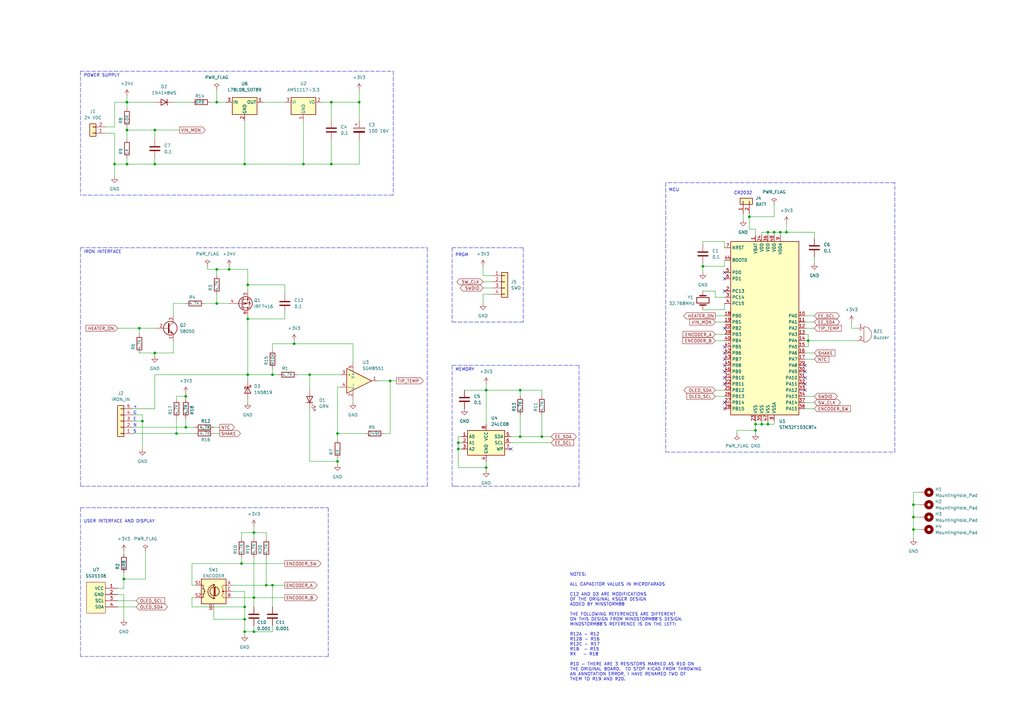
<source format=kicad_sch>
(kicad_sch (version 20211123) (generator eeschema)
  (paper "A3")
  (title_block (title "KSGER T12 Soldering Iron Heating Controller") (date "2022-05-04") (rev "1") (comment 1 "Original Design by MINDSTORM88 on the EEVBlog Forums") (comment 2 "Replicated by Omega9380"))
  (junction (at 314.96 95.25))
  (junction (at 93.98 110.49))
  (junction (at 317.5 95.25))
  (junction (at 104.14 245.11))
  (junction (at 88.9 124.46))
  (junction (at 88.9 110.49))
  (junction (at 63.5 53.34))
  (junction (at 374.65 217.17))
  (junction (at 72.39 177.8))
  (junction (at 100.33 259.08))
  (junction (at 187.96 184.15))
  (junction (at 288.29 109.22))
  (junction (at 374.65 207.01))
  (junction (at 307.34 88.9))
  (junction (at 58.42 172.72))
  (junction (at 101.6 153.67))
  (junction (at 101.6 130.81))
  (junction (at 213.36 179.07))
  (junction (at 309.88 176.53))
  (junction (at 160.02 156.21))
  (junction (at 199.39 191.77))
  (junction (at 104.14 259.08))
  (junction (at 127 153.67))
  (junction (at 111.76 240.03))
  (junction (at 138.43 189.23))
  (junction (at 63.5 144.78))
  (junction (at 57.15 134.62))
  (junction (at 76.2 162.56))
  (junction (at 147.32 41.91))
  (junction (at 100.33 67.31))
  (junction (at 135.89 41.91))
  (junction (at 314.96 173.99))
  (junction (at 88.9 41.91))
  (junction (at 111.76 153.67))
  (junction (at 309.88 173.99))
  (junction (at 46.99 67.31))
  (junction (at 312.42 173.99))
  (junction (at 320.04 95.25))
  (junction (at 138.43 177.8))
  (junction (at 213.36 160.02))
  (junction (at 331.47 139.7))
  (junction (at 374.65 212.09))
  (junction (at 100.33 248.92))
  (junction (at 109.22 240.03))
  (junction (at 52.07 67.31))
  (junction (at 50.8 237.49))
  (junction (at 222.25 179.07))
  (junction (at 99.06 231.14))
  (junction (at 104.14 218.44))
  (junction (at 101.6 116.84))
  (junction (at 52.07 53.34))
  (junction (at 120.65 140.97))
  (junction (at 52.07 41.91))
  (junction (at 124.46 67.31))
  (junction (at 63.5 67.31))
  (junction (at 187.96 181.61))
  (junction (at 135.89 67.31))
  (junction (at 76.2 175.26))
  (junction (at 100.33 254))
  (junction (at 322.58 95.25))
  (junction (at 199.39 160.02))
  (no_connect (at 297.18 114.3))
  (no_connect (at 297.18 111.76))
  (no_connect (at 297.18 119.38))
  (no_connect (at 209.55 184.15))
  (no_connect (at 297.18 165.1))
  (no_connect (at 297.18 167.64))
  (no_connect (at 330.2 149.86))
  (no_connect (at 330.2 160.02))
  (no_connect (at 330.2 157.48))
  (no_connect (at 330.2 152.4))
  (no_connect (at 330.2 154.94))
  (no_connect (at 297.18 157.48))
  (no_connect (at 297.18 152.4))
  (no_connect (at 297.18 147.32))
  (no_connect (at 297.18 144.78))
  (no_connect (at 297.18 149.86))
  (no_connect (at 297.18 154.94))
  (no_connect (at 297.18 142.24))
  (no_connect (at 297.18 134.62))
  (wire (pts (xy 135.89 67.31) (xy 147.32 67.31)))
  (wire (pts (xy 116.84 128.27) (xy 116.84 130.81)))
  (wire (pts (xy 314.96 173.99) (xy 312.42 173.99)))
  (wire (pts (xy 127 167.64) (xy 127 189.23)))
  (wire (pts (xy 190.5 160.02) (xy 199.39 160.02)))
  (wire (pts (xy 57.15 144.78) (xy 63.5 144.78)))
  (wire (pts (xy 54.61 175.26) (xy 76.2 175.26)))
  (wire (pts (xy 104.14 245.11) (xy 104.14 248.92)))
  (wire (pts (xy 101.6 110.49) (xy 93.98 110.49)))
  (wire (pts (xy 293.37 162.56) (xy 297.18 162.56)))
  (wire (pts (xy 111.76 259.08) (xy 111.76 256.54)))
  (wire (pts (xy 213.36 179.07) (xy 222.25 179.07)))
  (wire (pts (xy 144.78 148.59) (xy 144.78 140.97)))
  (wire (pts (xy 374.65 217.17) (xy 374.65 220.98)))
  (wire (pts (xy 100.33 259.08) (xy 100.33 260.35)))
  (wire (pts (xy 52.07 41.91) (xy 63.5 41.91)))
  (wire (pts (xy 293.37 119.38) (xy 288.29 119.38)))
  (wire (pts (xy 88.9 36.83) (xy 88.9 41.91)))
  (wire (pts (xy 187.96 184.15) (xy 187.96 191.77)))
  (wire (pts (xy 297.18 99.06) (xy 297.18 101.6)))
  (wire (pts (xy 199.39 189.23) (xy 199.39 191.77)))
  (wire (pts (xy 50.8 234.95) (xy 50.8 237.49)))
  (wire (pts (xy 50.8 237.49) (xy 50.8 241.3)))
  (wire (pts (xy 288.29 109.22) (xy 288.29 111.76)))
  (wire (pts (xy 63.5 144.78) (xy 63.5 146.05)))
  (wire (pts (xy 63.5 67.31) (xy 100.33 67.31)))
  (polyline (pts (xy 237.49 199.39) (xy 237.49 149.86)))
  (wire (pts (xy 139.7 158.75) (xy 138.43 158.75)))
  (wire (pts (xy 293.37 129.54) (xy 297.18 129.54)))
  (polyline (pts (xy 185.42 101.6) (xy 214.63 101.6)))
  (wire (pts (xy 63.5 53.34) (xy 52.07 53.34)))
  (wire (pts (xy 334.01 162.56) (xy 330.2 162.56)))
  (wire (pts (xy 63.5 167.64) (xy 63.5 153.67)))
  (wire (pts (xy 76.2 175.26) (xy 80.01 175.26)))
  (wire (pts (xy 293.37 132.08) (xy 297.18 132.08)))
  (wire (pts (xy 293.37 121.92) (xy 293.37 119.38)))
  (polyline (pts (xy 273.05 185.42) (xy 367.03 185.42)))
  (wire (pts (xy 297.18 121.92) (xy 293.37 121.92)))
  (wire (pts (xy 288.29 109.22) (xy 288.29 107.95)))
  (wire (pts (xy 72.39 171.45) (xy 72.39 177.8)))
  (polyline (pts (xy 33.02 208.28) (xy 33.02 269.24)))
  (polyline (pts (xy 186.69 199.39) (xy 237.49 199.39)))
  (wire (pts (xy 199.39 160.02) (xy 199.39 173.99)))
  (wire (pts (xy 317.5 173.99) (xy 314.96 173.99)))
  (wire (pts (xy 222.25 170.18) (xy 222.25 179.07)))
  (wire (pts (xy 88.9 110.49) (xy 93.98 110.49)))
  (wire (pts (xy 317.5 172.72) (xy 317.5 173.99)))
  (wire (pts (xy 312.42 96.52) (xy 312.42 95.25)))
  (wire (pts (xy 88.9 113.03) (xy 88.9 110.49)))
  (wire (pts (xy 111.76 248.92) (xy 111.76 240.03)))
  (wire (pts (xy 374.65 217.17) (xy 377.19 217.17)))
  (wire (pts (xy 85.09 110.49) (xy 88.9 110.49)))
  (wire (pts (xy 149.86 177.8) (xy 138.43 177.8)))
  (wire (pts (xy 90.17 175.26) (xy 87.63 175.26)))
  (wire (pts (xy 334.01 129.54) (xy 330.2 129.54)))
  (wire (pts (xy 288.29 99.06) (xy 297.18 99.06)))
  (polyline (pts (xy 237.49 149.86) (xy 185.42 149.86)))
  (wire (pts (xy 320.04 95.25) (xy 320.04 96.52)))
  (wire (pts (xy 209.55 181.61) (xy 226.06 181.61)))
  (wire (pts (xy 199.39 160.02) (xy 213.36 160.02)))
  (wire (pts (xy 377.19 201.93) (xy 374.65 201.93)))
  (wire (pts (xy 86.36 41.91) (xy 88.9 41.91)))
  (wire (pts (xy 309.88 173.99) (xy 309.88 176.53)))
  (wire (pts (xy 213.36 160.02) (xy 213.36 162.56)))
  (wire (pts (xy 138.43 177.8) (xy 138.43 180.34)))
  (polyline (pts (xy 367.03 185.42) (xy 367.03 74.93)))
  (wire (pts (xy 138.43 187.96) (xy 138.43 189.23)))
  (wire (pts (xy 71.12 41.91) (xy 78.74 41.91)))
  (wire (pts (xy 59.69 226.06) (xy 59.69 237.49)))
  (wire (pts (xy 52.07 67.31) (xy 63.5 67.31)))
  (wire (pts (xy 374.65 207.01) (xy 374.65 212.09)))
  (wire (pts (xy 189.23 179.07) (xy 187.96 179.07)))
  (wire (pts (xy 302.26 177.8) (xy 302.26 176.53)))
  (wire (pts (xy 59.69 237.49) (xy 50.8 237.49)))
  (wire (pts (xy 99.06 218.44) (xy 104.14 218.44)))
  (wire (pts (xy 331.47 137.16) (xy 331.47 139.7)))
  (wire (pts (xy 78.74 245.11) (xy 78.74 248.92)))
  (wire (pts (xy 213.36 170.18) (xy 213.36 179.07)))
  (wire (pts (xy 52.07 52.07) (xy 52.07 53.34)))
  (wire (pts (xy 93.98 110.49) (xy 93.98 109.22)))
  (wire (pts (xy 322.58 95.25) (xy 322.58 91.44)))
  (wire (pts (xy 104.14 218.44) (xy 104.14 220.98)))
  (wire (pts (xy 88.9 41.91) (xy 92.71 41.91)))
  (polyline (pts (xy 185.42 199.39) (xy 186.69 199.39)))
  (wire (pts (xy 100.33 49.53) (xy 100.33 67.31)))
  (polyline (pts (xy 161.29 80.01) (xy 33.02 80.01)))
  (wire (pts (xy 187.96 181.61) (xy 189.23 181.61)))
  (wire (pts (xy 100.33 254) (xy 100.33 259.08)))
  (wire (pts (xy 54.61 177.8) (xy 72.39 177.8)))
  (wire (pts (xy 124.46 49.53) (xy 124.46 67.31)))
  (wire (pts (xy 307.34 93.98) (xy 309.88 93.98)))
  (wire (pts (xy 138.43 189.23) (xy 138.43 190.5)))
  (wire (pts (xy 160.02 177.8) (xy 160.02 156.21)))
  (wire (pts (xy 87.63 250.19) (xy 87.63 254)))
  (wire (pts (xy 334.01 95.25) (xy 322.58 95.25)))
  (wire (pts (xy 100.33 242.57) (xy 100.33 248.92)))
  (wire (pts (xy 52.07 41.91) (xy 52.07 44.45)))
  (wire (pts (xy 88.9 124.46) (xy 93.98 124.46)))
  (wire (pts (xy 95.25 242.57) (xy 100.33 242.57)))
  (wire (pts (xy 58.42 172.72) (xy 58.42 184.15)))
  (wire (pts (xy 297.18 124.46) (xy 297.18 127)))
  (wire (pts (xy 76.2 162.56) (xy 76.2 163.83)))
  (wire (pts (xy 63.5 153.67) (xy 101.6 153.67)))
  (wire (pts (xy 187.96 181.61) (xy 187.96 184.15)))
  (wire (pts (xy 121.92 153.67) (xy 127 153.67)))
  (wire (pts (xy 222.25 179.07) (xy 226.06 179.07)))
  (wire (pts (xy 101.6 165.1) (xy 101.6 163.83)))
  (wire (pts (xy 201.93 113.03) (xy 198.12 113.03)))
  (polyline (pts (xy 33.02 208.28) (xy 134.62 208.28)))
  (wire (pts (xy 46.99 41.91) (xy 52.07 41.91)))
  (wire (pts (xy 116.84 130.81) (xy 101.6 130.81)))
  (wire (pts (xy 88.9 120.65) (xy 88.9 124.46)))
  (wire (pts (xy 157.48 177.8) (xy 160.02 177.8)))
  (wire (pts (xy 138.43 158.75) (xy 138.43 177.8)))
  (polyline (pts (xy 185.42 149.86) (xy 185.42 199.39)))
  (wire (pts (xy 101.6 116.84) (xy 101.6 110.49)))
  (wire (pts (xy 50.8 243.84) (xy 50.8 254)))
  (wire (pts (xy 312.42 173.99) (xy 309.88 173.99)))
  (wire (pts (xy 50.8 241.3) (xy 48.26 241.3)))
  (wire (pts (xy 307.34 87.63) (xy 307.34 88.9)))
  (polyline (pts (xy 33.02 101.6) (xy 33.02 199.39)))
  (wire (pts (xy 209.55 179.07) (xy 213.36 179.07)))
  (wire (pts (xy 100.33 67.31) (xy 124.46 67.31)))
  (wire (pts (xy 314.96 95.25) (xy 317.5 95.25)))
  (wire (pts (xy 55.88 246.38) (xy 48.26 246.38)))
  (wire (pts (xy 52.07 39.37) (xy 52.07 41.91)))
  (wire (pts (xy 147.32 57.15) (xy 147.32 67.31)))
  (wire (pts (xy 72.39 162.56) (xy 76.2 162.56)))
  (wire (pts (xy 83.82 124.46) (xy 88.9 124.46)))
  (wire (pts (xy 80.01 245.11) (xy 78.74 245.11)))
  (wire (pts (xy 104.14 228.6) (xy 104.14 245.11)))
  (polyline (pts (xy 33.02 29.21) (xy 33.02 80.01)))
  (wire (pts (xy 312.42 172.72) (xy 312.42 173.99)))
  (wire (pts (xy 312.42 95.25) (xy 314.96 95.25)))
  (wire (pts (xy 80.01 240.03) (xy 78.74 240.03)))
  (wire (pts (xy 48.26 134.62) (xy 57.15 134.62)))
  (wire (pts (xy 132.08 41.91) (xy 135.89 41.91)))
  (wire (pts (xy 297.18 109.22) (xy 288.29 109.22)))
  (wire (pts (xy 317.5 88.9) (xy 307.34 88.9)))
  (wire (pts (xy 288.29 100.33) (xy 288.29 99.06)))
  (wire (pts (xy 334.01 97.79) (xy 334.01 95.25)))
  (wire (pts (xy 334.01 144.78) (xy 330.2 144.78)))
  (wire (pts (xy 374.65 201.93) (xy 374.65 207.01)))
  (wire (pts (xy 104.14 215.9) (xy 104.14 218.44)))
  (wire (pts (xy 120.65 140.97) (xy 120.65 139.7)))
  (wire (pts (xy 331.47 139.7) (xy 331.47 142.24)))
  (wire (pts (xy 127 153.67) (xy 139.7 153.67)))
  (wire (pts (xy 334.01 147.32) (xy 330.2 147.32)))
  (wire (pts (xy 334.01 134.62) (xy 330.2 134.62)))
  (wire (pts (xy 317.5 95.25) (xy 320.04 95.25)))
  (wire (pts (xy 101.6 156.21) (xy 101.6 153.67)))
  (wire (pts (xy 101.6 130.81) (xy 101.6 129.54)))
  (wire (pts (xy 116.84 120.65) (xy 116.84 116.84)))
  (wire (pts (xy 160.02 156.21) (xy 154.94 156.21)))
  (wire (pts (xy 95.25 240.03) (xy 109.22 240.03)))
  (wire (pts (xy 330.2 139.7) (xy 331.47 139.7)))
  (wire (pts (xy 144.78 165.1) (xy 144.78 163.83)))
  (wire (pts (xy 199.39 157.48) (xy 199.39 160.02)))
  (wire (pts (xy 293.37 160.02) (xy 297.18 160.02)))
  (polyline (pts (xy 33.02 101.6) (xy 175.26 101.6)))
  (polyline (pts (xy 33.02 199.39) (xy 175.26 199.39)))
  (wire (pts (xy 135.89 57.15) (xy 135.89 67.31)))
  (wire (pts (xy 95.25 245.11) (xy 104.14 245.11)))
  (wire (pts (xy 54.61 172.72) (xy 58.42 172.72)))
  (wire (pts (xy 351.79 134.62) (xy 349.25 134.62)))
  (wire (pts (xy 293.37 139.7) (xy 297.18 139.7)))
  (wire (pts (xy 50.8 226.06) (xy 50.8 227.33)))
  (wire (pts (xy 46.99 67.31) (xy 52.07 67.31)))
  (wire (pts (xy 198.12 120.65) (xy 198.12 124.46)))
  (polyline (pts (xy 185.42 101.6) (xy 185.42 132.08)))
  (wire (pts (xy 99.06 228.6) (xy 99.06 231.14)))
  (wire (pts (xy 57.15 134.62) (xy 63.5 134.62)))
  (wire (pts (xy 111.76 151.13) (xy 111.76 153.67)))
  (wire (pts (xy 297.18 106.68) (xy 297.18 109.22)))
  (wire (pts (xy 78.74 248.92) (xy 100.33 248.92)))
  (wire (pts (xy 127 153.67) (xy 127 160.02)))
  (polyline (pts (xy 161.29 29.21) (xy 161.29 80.01)))
  (wire (pts (xy 55.88 248.92) (xy 48.26 248.92)))
  (wire (pts (xy 52.07 53.34) (xy 52.07 57.15)))
  (wire (pts (xy 314.96 95.25) (xy 314.96 96.52)))
  (wire (pts (xy 309.88 173.99) (xy 309.88 172.72)))
  (wire (pts (xy 85.09 109.22) (xy 85.09 110.49)))
  (polyline (pts (xy 214.63 132.08) (xy 185.42 132.08)))
  (polyline (pts (xy 273.05 74.93) (xy 273.05 185.42)))
  (wire (pts (xy 71.12 144.78) (xy 63.5 144.78)))
  (wire (pts (xy 187.96 191.77) (xy 199.39 191.77)))
  (wire (pts (xy 162.56 156.21) (xy 160.02 156.21)))
  (wire (pts (xy 317.5 95.25) (xy 317.5 96.52)))
  (polyline (pts (xy 214.63 101.6) (xy 214.63 132.08)))
  (wire (pts (xy 116.84 116.84) (xy 101.6 116.84)))
  (wire (pts (xy 330.2 137.16) (xy 331.47 137.16)))
  (wire (pts (xy 76.2 161.29) (xy 76.2 162.56)))
  (polyline (pts (xy 33.02 29.21) (xy 161.29 29.21)))
  (wire (pts (xy 72.39 177.8) (xy 80.01 177.8)))
  (wire (pts (xy 334.01 132.08) (xy 330.2 132.08)))
  (wire (pts (xy 99.06 231.14) (xy 116.84 231.14)))
  (wire (pts (xy 304.8 87.63) (xy 304.8 90.17)))
  (wire (pts (xy 54.61 170.18) (xy 58.42 170.18)))
  (wire (pts (xy 46.99 54.61) (xy 43.18 54.61)))
  (wire (pts (xy 187.96 184.15) (xy 189.23 184.15)))
  (polyline (pts (xy 134.62 208.28) (xy 134.62 269.24)))
  (wire (pts (xy 107.95 41.91) (xy 116.84 41.91)))
  (wire (pts (xy 334.01 167.64) (xy 330.2 167.64)))
  (wire (pts (xy 374.65 212.09) (xy 374.65 217.17)))
  (wire (pts (xy 374.65 212.09) (xy 377.19 212.09)))
  (wire (pts (xy 46.99 67.31) (xy 46.99 54.61)))
  (wire (pts (xy 76.2 171.45) (xy 76.2 175.26)))
  (wire (pts (xy 104.14 218.44) (xy 109.22 218.44)))
  (wire (pts (xy 104.14 245.11) (xy 116.84 245.11)))
  (wire (pts (xy 297.18 127) (xy 288.29 127)))
  (polyline (pts (xy 134.62 269.24) (xy 33.02 269.24)))
  (wire (pts (xy 63.5 53.34) (xy 73.66 53.34)))
  (wire (pts (xy 111.76 240.03) (xy 116.84 240.03)))
  (wire (pts (xy 52.07 64.77) (xy 52.07 67.31)))
  (wire (pts (xy 147.32 36.83) (xy 147.32 41.91)))
  (wire (pts (xy 78.74 231.14) (xy 99.06 231.14)))
  (wire (pts (xy 99.06 218.44) (xy 99.06 220.98)))
  (wire (pts (xy 104.14 256.54) (xy 104.14 259.08)))
  (wire (pts (xy 198.12 113.03) (xy 198.12 109.22)))
  (polyline (pts (xy 175.26 199.39) (xy 175.26 101.6)))
  (wire (pts (xy 198.12 115.57) (xy 201.93 115.57)))
  (wire (pts (xy 109.22 240.03) (xy 111.76 240.03)))
  (wire (pts (xy 320.04 95.25) (xy 322.58 95.25)))
  (wire (pts (xy 109.22 218.44) (xy 109.22 220.98)))
  (wire (pts (xy 111.76 143.51) (xy 111.76 140.97)))
  (wire (pts (xy 124.46 67.31) (xy 135.89 67.31)))
  (wire (pts (xy 46.99 67.31) (xy 46.99 72.39)))
  (wire (pts (xy 293.37 137.16) (xy 297.18 137.16)))
  (wire (pts (xy 63.5 53.34) (xy 63.5 57.15)))
  (wire (pts (xy 71.12 124.46) (xy 76.2 124.46)))
  (wire (pts (xy 331.47 142.24) (xy 330.2 142.24)))
  (wire (pts (xy 307.34 88.9) (xy 307.34 93.98)))
  (wire (pts (xy 46.99 52.07) (xy 46.99 41.91)))
  (wire (pts (xy 58.42 170.18) (xy 58.42 172.72)))
  (wire (pts (xy 302.26 176.53) (xy 309.88 176.53)))
  (wire (pts (xy 198.12 118.11) (xy 201.93 118.11)))
  (wire (pts (xy 135.89 41.91) (xy 147.32 41.91)))
  (wire (pts (xy 213.36 160.02) (xy 222.25 160.02)))
  (wire (pts (xy 104.14 259.08) (xy 100.33 259.08)))
  (wire (pts (xy 135.89 41.91) (xy 135.89 49.53)))
  (wire (pts (xy 90.17 177.8) (xy 87.63 177.8)))
  (wire (pts (xy 334.01 107.95) (xy 334.01 105.41)))
  (wire (pts (xy 101.6 153.67) (xy 111.76 153.67)))
  (wire (pts (xy 71.12 129.54) (xy 71.12 124.46)))
  (wire (pts (xy 147.32 41.91) (xy 147.32 49.53)))
  (wire (pts (xy 48.26 243.84) (xy 50.8 243.84)))
  (wire (pts (xy 43.18 52.07) (xy 46.99 52.07)))
  (wire (pts (xy 199.39 191.77) (xy 199.39 193.04)))
  (wire (pts (xy 334.01 165.1) (xy 330.2 165.1)))
  (wire (pts (xy 201.93 120.65) (xy 198.12 120.65)))
  (wire (pts (xy 144.78 140.97) (xy 120.65 140.97)))
  (wire (pts (xy 72.39 163.83) (xy 72.39 162.56)))
  (wire (pts (xy 222.25 160.02) (xy 222.25 162.56)))
  (wire (pts (xy 309.88 93.98) (xy 309.88 96.52)))
  (wire (pts (xy 349.25 132.08) (xy 349.25 134.62)))
  (wire (pts (xy 111.76 153.67) (xy 114.3 153.67)))
  (wire (pts (xy 54.61 167.64) (xy 63.5 167.64)))
  (wire (pts (xy 57.15 134.62) (xy 57.15 137.16)))
  (wire (pts (xy 187.96 179.07) (xy 187.96 181.61)))
  (wire (pts (xy 109.22 228.6) (xy 109.22 240.03)))
  (wire (pts (xy 374.65 207.01) (xy 377.19 207.01)))
  (wire (pts (xy 101.6 119.38) (xy 101.6 116.84)))
  (wire (pts (xy 100.33 248.92) (xy 100.33 254)))
  (wire (pts (xy 87.63 254) (xy 100.33 254)))
  (wire (pts (xy 309.88 176.53) (xy 309.88 177.8)))
  (wire (pts (xy 314.96 172.72) (xy 314.96 173.99)))
  (wire (pts (xy 63.5 64.77) (xy 63.5 67.31)))
  (wire (pts (xy 101.6 153.67) (xy 101.6 130.81)))
  (wire (pts (xy 331.47 139.7) (xy 351.79 139.7)))
  (polyline (pts (xy 367.03 74.93) (xy 273.05 74.93)))
  (wire (pts (xy 111.76 140.97) (xy 120.65 140.97)))
  (wire (pts (xy 317.5 83.82) (xy 317.5 88.9)))
  (wire (pts (xy 78.74 240.03) (xy 78.74 231.14)))
  (wire (pts (xy 127 189.23) (xy 138.43 189.23)))
  (wire (pts (xy 104.14 259.08) (xy 111.76 259.08)))
  (wire (pts (xy 71.12 139.7) (xy 71.12 144.78)))
  (text "E" (at 54.61 172.72 0) (effects (font (size 1.27 1.27)) (justify left bottom)))
  (text "USER INTERFACE AND DISPLAY" (at 34.29 214.63 0) (effects (font (size 1.27 1.27)) (justify left bottom)))
  (text "PRGM" (at 186.69 105.41 0) (effects (font (size 1.27 1.27)) (justify left bottom)))
  (text "+" (at 54.61 167.64 0) (effects (font (size 1.27 1.27)) (justify left bottom)))
  (text "POWER SUPPLY" (at 34.29 31.75 0) (effects (font (size 1.27 1.27)) (justify left bottom)))
  (text "MCU" (at 274.32 78.74 0) (effects (font (size 1.27 1.27)) (justify left bottom)))
  (text "G" (at 54.61 170.18 0) (effects (font (size 1.27 1.27)) (justify left bottom)))
  (text "N" (at 54.61 175.26 0) (effects (font (size 1.27 1.27)) (justify left bottom)))
  (text "IRON INTERFACE" (at 34.29 104.14 0) (effects (font (size 1.27 1.27)) (justify left bottom)))
  (text "CR2032" (at 300.99 80.01 0) (effects (font (size 1.27 1.27)) (justify left bottom)))
  (text "MEMORY" (at 186.69 152.4 0) (effects (font (size 1.27 1.27)) (justify left bottom)))
  (text "NOTES:\n\nALL CAPACITOR VALUES IN MICROFARADS\n\nC12 AND D3 ARE MODIFICATIONS\nOF THE ORIGINAL KSGER DESIGN\nADDED BY MINSTORM88\n\nTHE FOLLOWING REFERENCES ARE DIFFERENT\nON THIS DESIGN FROM MINDSTORM88'S DESIGN.\nMINDSTORM88'S REFERENCE IS ON THE LEFT:\n\nR12A - R12\nR12B - R16\nR12C - R17\nR1B  - R15\nRX   - R18\n\nR10 - THERE ARE 3 RESISTORS MARKED AS R10 ON\nTHE ORIGINAL BOARD.  TO STOP KICAD FROM THROWING\nAN ANNOTATION ERROR, I HAVE RENAMED TWO OF \nTHEM TO R19 AND R20." (at 233.68 279.4 0) (effects (font (size 1.27 1.27)) (justify left bottom)))
  (text "S" (at 54.61 177.8 0) (effects (font (size 1.27 1.27)) (justify left bottom)))
  (global_label "OLED_SDA" (shape bidirectional) (at 55.88 248.92 0) (property "Intersheet References" "${INTERSHEET_REFS}" (effects hide)))
  (global_label "VIN_MON" (shape input) (at 293.37 132.08 180) (property "Intersheet References" "${INTERSHEET_REFS}" (effects hide)))
  (global_label "HEATER_ON" (shape output) (at 293.37 129.54 180) (property "Intersheet References" "${INTERSHEET_REFS}" (effects hide)))
  (global_label "ENCODER_SW" (shape output) (at 116.84 231.14 0) (property "Intersheet References" "${INTERSHEET_REFS}" (effects hide)))
  (global_label "ENCODER_A" (shape output) (at 116.84 240.03 0) (property "Intersheet References" "${INTERSHEET_REFS}" (effects hide)))
  (global_label "SWDIO" (shape bidirectional) (at 334.01 162.56 0) (property "Intersheet References" "${INTERSHEET_REFS}" (effects hide)))
  (global_label "SWDIO" (shape bidirectional) (at 198.12 118.11 180) (property "Intersheet References" "${INTERSHEET_REFS}" (effects hide)))
  (global_label "SW_CLK" (shape bidirectional) (at 198.12 115.57 180) (property "Intersheet References" "${INTERSHEET_REFS}" (effects hide)))
  (global_label "TIP_TEMP" (shape output) (at 162.56 156.21 0) (property "Intersheet References" "${INTERSHEET_REFS}" (effects hide)))
  (global_label "EE_SDA" (shape bidirectional) (at 226.06 179.07 0) (property "Intersheet References" "${INTERSHEET_REFS}" (effects hide)))
  (global_label "SW_CLK" (shape bidirectional) (at 334.01 165.1 0) (property "Intersheet References" "${INTERSHEET_REFS}" (effects hide)))
  (global_label "NTC" (shape output) (at 90.17 175.26 0) (property "Intersheet References" "${INTERSHEET_REFS}" (effects hide)))
  (global_label "VIN_MON" (shape output) (at 73.66 53.34 0) (property "Intersheet References" "${INTERSHEET_REFS}" (effects hide)))
  (global_label "OLED_SCL" (shape input) (at 55.88 246.38 0) (property "Intersheet References" "${INTERSHEET_REFS}" (effects hide)))
  (global_label "NTC" (shape input) (at 334.01 147.32 0) (property "Intersheet References" "${INTERSHEET_REFS}" (effects hide)))
  (global_label "SHAKE" (shape output) (at 90.17 177.8 0) (property "Intersheet References" "${INTERSHEET_REFS}" (effects hide)))
  (global_label "EE_SDA" (shape bidirectional) (at 334.01 132.08 0) (property "Intersheet References" "${INTERSHEET_REFS}" (effects hide)))
  (global_label "EE_SCL" (shape bidirectional) (at 334.01 129.54 0) (property "Intersheet References" "${INTERSHEET_REFS}" (effects hide)))
  (global_label "ENCODER_SW" (shape input) (at 334.01 167.64 0) (property "Intersheet References" "${INTERSHEET_REFS}" (effects hide)))
  (global_label "SHAKE" (shape input) (at 334.01 144.78 0) (property "Intersheet References" "${INTERSHEET_REFS}" (effects hide)))
  (global_label "ENCODER_B" (shape output) (at 116.84 245.11 0) (property "Intersheet References" "${INTERSHEET_REFS}" (effects hide)))
  (global_label "TIP_TEMP" (shape input) (at 334.01 134.62 0) (property "Intersheet References" "${INTERSHEET_REFS}" (effects hide)))
  (global_label "EE_SCL" (shape input) (at 226.06 181.61 0) (property "Intersheet References" "${INTERSHEET_REFS}" (effects hide)))
  (global_label "OLED_SCL" (shape input) (at 293.37 162.56 180) (property "Intersheet References" "${INTERSHEET_REFS}" (effects hide)))
  (global_label "ENCODER_B" (shape input) (at 293.37 139.7 180) (property "Intersheet References" "${INTERSHEET_REFS}" (effects hide)))
  (global_label "OLED_SDA" (shape bidirectional) (at 293.37 160.02 180) (property "Intersheet References" "${INTERSHEET_REFS}" (effects hide)))
  (global_label "HEATER_ON" (shape input) (at 48.26 134.62 180) (property "Intersheet References" "${INTERSHEET_REFS}" (effects hide)))
  (global_label "ENCODER_A" (shape input) (at 293.37 137.16 180) (property "Intersheet References" "${INTERSHEET_REFS}" (effects hide)))
  (symbol (lib_id "power:PWR_FLAG") (at 88.9 36.83 0) (unit 1)
    (property "Reference" "#FLG0105" (effects hide))
    (property "Value" "PWR_FLAG" (at 88.9 31.75 0))
  )
  (symbol (lib_id "Device:R") (at 76.2 167.64 0) (mirror y) (unit 1)
    (property "Reference" "R18" (at 78.74 170.18 90) (effects (justify left)))
    (property "Value" "4.7K" (at 76.2 170.18 90) (effects (justify left)))
    (property "Footprint" "Resistor_SMD:R_0603_1608Metric" (effects hide))
    (property "JCLPCB Part #" "C23162" (effects hide))
  )
  (symbol (lib_id "MCU_ST_STM32F1:STM32F103C8Tx") (at 314.96 134.62 0) (unit 1)
    (property "Reference" "U1" (at 319.5194 172.72 0) (effects (justify left)))
    (property "Value" "STM32F103C8Tx" (at 319.5194 175.26 0) (effects (justify left)))
    (property "Footprint" "Package_QFP:LQFP-48_7x7mm_P0.5mm" (effects hide))
    (property "Datasheet" "http://www.st.com/st-web-ui/static/active/en/resource/technical/document/datasheet/CD00161566.pdf" (effects hide))
    (property "JCLPCB Part #" "C8734" (effects hide))
  )
  (symbol (lib_id "Device:C") (at 63.5 60.96 0) (unit 1)
    (property "Reference" "C7" (at 67.31 59.6899 0) (effects (justify left)))
    (property "Value" "0.1" (at 67.31 62.2299 0) (effects (justify left)))
    (property "Footprint" "Capacitor_SMD:C_0805_2012Metric" (effects hide))
    (property "JCLPCB Part #" "C49678" (effects hide))
  )
  (symbol (lib_id "Device:R") (at 52.07 48.26 180) (unit 1)
    (property "Reference" "R8" (at 49.53 50.8 90) (effects (justify right)))
    (property "Value" "10K" (at 52.07 50.8 90) (effects (justify right)))
    (property "Footprint" "Resistor_SMD:R_0603_1608Metric" (effects hide))
    (property "JCLPCB Part #" "C25197" (effects hide))
  )
  (symbol (lib_id "Transistor_BJT:S8050") (at 68.58 134.62 0) (unit 1)
    (property "Reference" "Q2" (at 73.66 133.3499 0) (effects (justify left)))
    (property "Value" "S8050" (at 73.66 135.8899 0) (effects (justify left)))
    (property "Footprint" "Package_TO_SOT_SMD:SOT-23" (effects hide))
    (property "Datasheet" "http://www.unisonic.com.tw/datasheet/S8050.pdf" (effects hide))
    (property "JCLPCB Part #" "C2146" (effects hide))
  )
  (symbol (lib_id "Regulator_Linear:L78L08_SOT89") (at 100.33 41.91 0) (unit 1)
    (property "Reference" "U6" (at 100.33 34.29 0))
    (property "Value" "L78L08_SOT89" (at 100.33 36.83 0))
    (property "Footprint" "Package_TO_SOT_SMD:SOT-89-3" (effects hide))
    (property "Datasheet" "http://www.st.com/content/ccc/resource/technical/document/datasheet/15/55/e5/aa/23/5b/43/fd/CD00000446.pdf/files/CD00000446.pdf/jcr:content/translations/en.CD00000446.pdf" (effects hide))
    (property "JCLPCB Part #" "C472525" (effects hide))
  )
  (symbol (lib_id "Regulator_Linear:AMS1117-3.3") (at 124.46 41.91 0) (unit 1)
    (property "Reference" "U2" (at 124.46 34.29 0))
    (property "Value" "AMS1117-3.3" (at 124.46 36.83 0))
    (property "Footprint" "Package_TO_SOT_SMD:SOT-223-3_TabPin2" (effects hide))
    (property "Datasheet" "http://www.advanced-monolithic.com/pdf/ds1117.pdf" (effects hide))
    (property "JCLPCB Part #" "C6186" (effects hide))
  )
  (symbol (lib_id "power:+3.3V") (at 198.12 109.22 0) (unit 1)
    (property "Reference" "#PWR0104" (effects hide))
    (property "Value" "+3.3V" (at 198.12 104.14 0))
  )
  (symbol (lib_id "Device:R") (at 109.22 224.79 0) (mirror y) (unit 1)
    (property "Reference" "R20" (at 106.68 227.33 90) (effects (justify left)))
    (property "Value" "4.7K" (at 109.22 227.33 90) (effects (justify left)))
    (property "Footprint" "Resistor_SMD:R_0603_1608Metric" (effects hide))
    (property "JCLPCB Part #" "C23162" (effects hide))
  )
  (symbol (lib_id "power:GND") (at 144.78 165.1 0) (unit 1)
    (property "Reference" "#PWR0111" (effects hide))
    (property "Value" "GND" (at 144.78 170.18 0))
  )
  (symbol (lib_id "Device:R") (at 50.8 231.14 0) (mirror y) (unit 1)
    (property "Reference" "R2" (at 48.26 233.68 90) (effects (justify left)))
    (property "Value" "6R8" (at 50.8 233.68 90) (effects (justify left)))
    (property "Footprint" "Resistor_SMD:R_0603_1608Metric" (effects hide))
    (property "JCLPCB Part #" "C23212" (effects hide))
  )
  (symbol (lib_id "Device:R") (at 104.14 224.79 0) (mirror y) (unit 1)
    (property "Reference" "R19" (at 101.6 227.33 90) (effects (justify left)))
    (property "Value" "4.7K" (at 104.14 227.33 90) (effects (justify left)))
    (property "Footprint" "Resistor_SMD:R_0603_1608Metric" (effects hide))
    (property "JCLPCB Part #" "C23162" (effects hide))
  )
  (symbol (lib_id "power:GND") (at 288.29 111.76 0) (unit 1)
    (property "Reference" "#PWR0108" (effects hide))
    (property "Value" "GND" (at 288.29 116.84 0))
  )
  (symbol (lib_id "Connector_Generic:Conn_01x02") (at 38.1 54.61 180) (unit 1)
    (property "Reference" "J1" (at 38.1 45.72 0))
    (property "Value" "24 VDC" (at 38.1 48.26 0))
    (property "Footprint" "Connector_JST:JST_EH_B2B-EH-A_1x02_P2.50mm_Vertical" (effects hide))
  )
  (symbol (lib_id "Connector_Generic:Conn_01x02") (at 304.8 82.55 90) (unit 1)
    (property "Reference" "J4" (at 309.88 81.2799 90) (effects (justify right)))
    (property "Value" "BATT" (at 309.88 83.8199 90) (effects (justify right)))
    (property "Footprint" "Connector_JST:JST_EH_B2B-EH-A_1x02_P2.50mm_Vertical" (effects hide))
  )
  (symbol (lib_id "Device:C_Polarized") (at 147.32 53.34 0) (unit 1)
    (property "Reference" "C3" (at 151.13 51.1809 0) (effects (justify left)))
    (property "Value" "100 16V" (at 151.13 53.7209 0) (effects (justify left)))
    (property "Footprint" "Capacitor_Tantalum_SMD:CP_EIA-7343-31_Kemet-D" (effects hide))
    (property "JCLPCB Part #" "C129274" (effects hide))
  )
  (symbol (lib_id "power:GND") (at 198.12 124.46 0) (unit 1)
    (property "Reference" "#PWR0103" (effects hide))
    (property "Value" "GND" (at 198.12 129.54 0))
  )
  (symbol (lib_id "power:+3.3V") (at 76.2 161.29 0) (unit 1)
    (property "Reference" "#PWR0118" (effects hide))
    (property "Value" "+3.3V" (at 76.2 156.21 0))
  )
  (symbol (lib_id "power:+3.3V") (at 199.39 157.48 0) (unit 1)
    (property "Reference" "#PWR0102" (effects hide))
    (property "Value" "+3.3V" (at 199.39 152.4 0))
  )
  (symbol (lib_id "Device:C") (at 104.14 252.73 0) (unit 1)
    (property "Reference" "C10" (at 105.41 255.27 0) (effects (justify left)))
    (property "Value" "0.001" (at 105.41 257.81 0) (effects (justify left)))
    (property "Footprint" "Capacitor_SMD:C_0805_2012Metric" (effects hide))
    (property "JCLPCB Part #" "C46653" (effects hide))
  )
  (symbol (lib_id "Device:C") (at 334.01 101.6 0) (unit 1)
    (property "Reference" "C6" (at 337.82 100.3299 0) (effects (justify left)))
    (property "Value" "0.1" (at 337.82 102.8699 0) (effects (justify left)))
    (property "Footprint" "Capacitor_SMD:C_0805_2012Metric" (effects hide))
    (property "JCLPCB Part #" "C49678" (effects hide))
  )
  (symbol (lib_id "Device:R") (at 138.43 184.15 0) (mirror y) (unit 1)
    (property "Reference" "R7" (at 135.89 186.69 90) (effects (justify left)))
    (property "Value" "1K" (at 138.43 186.69 90) (effects (justify left)))
    (property "Footprint" "Resistor_SMD:R_0603_1608Metric" (effects hide))
    (property "JCLPCB Part #" "C21190" (effects hide))
  )
  (symbol (lib_id "Device:R") (at 99.06 224.79 0) (mirror y) (unit 1)
    (property "Reference" "R10" (at 96.52 227.33 90) (effects (justify left)))
    (property "Value" "4.7K" (at 99.06 227.33 90) (effects (justify left)))
    (property "Footprint" "Resistor_SMD:R_0603_1608Metric" (effects hide))
    (property "JCLPCB Part #" "C23162" (effects hide))
  )
  (symbol (lib_id "Device:C") (at 111.76 252.73 0) (unit 1)
    (property "Reference" "C11" (at 113.03 255.27 0) (effects (justify left)))
    (property "Value" "0.001" (at 113.03 257.81 0) (effects (justify left)))
    (property "Footprint" "Capacitor_SMD:C_0805_2012Metric" (effects hide))
    (property "JCLPCB Part #" "C46653" (effects hide))
  )
  (symbol (lib_id "Mechanical:MountingHole_Pad") (at 379.73 207.01 270) (unit 1)
    (property "Reference" "H2" (at 383.54 205.7399 90) (effects (justify left)))
    (property "Value" "MountingHole_Pad" (at 383.54 208.2799 90) (effects (justify left)))
    (property "Footprint" "MountingHole:MountingHole_3.2mm_M3_Pad_Via" (effects hide))
  )
  (symbol (lib_id "power:GND") (at 309.88 177.8 0) (unit 1)
    (property "Reference" "#PWR0109" (effects hide))
    (property "Value" "GND" (at 309.88 182.88 0))
  )
  (symbol (lib_id "Device:R") (at 80.01 124.46 270) (mirror x) (unit 1)
    (property "Reference" "R4" (at 77.47 121.92 90) (effects (justify left)))
    (property "Value" "4.7K" (at 77.47 124.46 90) (effects (justify left)))
    (property "Footprint" "Resistor_SMD:R_0603_1608Metric" (effects hide))
    (property "JCLPCB Part #" "C23162" (effects hide))
  )
  (symbol (lib_id "power:+3.3V") (at 349.25 132.08 0) (unit 1)
    (property "Reference" "#PWR0107" (effects hide))
    (property "Value" "+3.3V" (at 349.25 127 0))
  )
  (symbol (lib_id "KSGER Controller Parts:IRF7416") (at 100.33 124.46 0) (mirror x) (unit 1)
    (property "Reference" "Q1" (at 104.14 123.19 0) (effects (justify left)))
    (property "Value" "IRF7416" (at 104.14 125.73 0) (effects (justify left)))
    (property "Footprint" "Package_SO:SO-8_3.9x4.9mm_P1.27mm" (effects hide))
    (property "Datasheet" "https://datasheet.lcsc.com/lcsc/1809042016_Infineon-Technologies-IRF7416TRPBF_C3000.pdf" (effects hide))
    (property "JCLPCB Part #" "C3000" (effects hide))
  )
  (symbol (lib_id "Memory_EEPROM:24LC08") (at 199.39 181.61 0) (unit 1)
    (property "Reference" "U4" (at 201.4094 171.45 0) (effects (justify left)))
    (property "Value" "24LC08" (at 201.4094 173.99 0) (effects (justify left)))
    (property "Footprint" "Package_SO:SOP-8_3.9x4.9mm_P1.27mm" (effects hide))
    (property "Datasheet" "http://ww1.microchip.com/downloads/en/DeviceDoc/21710J.pdf" (effects hide))
    (property "JCLPCB Part #" "C5455" (effects hide))
  )
  (symbol (lib_id "Device:R") (at 83.82 175.26 90) (mirror x) (unit 1)
    (property "Reference" "R12" (at 86.36 172.72 90) (effects (justify left)))
    (property "Value" "4.7K" (at 86.36 175.26 90) (effects (justify left)))
    (property "Footprint" "Resistor_SMD:R_0603_1608Metric" (effects hide))
    (property "JCLPCB Part #" "C23162" (effects hide))
  )
  (symbol (lib_id "power:GND") (at 190.5 167.64 0) (unit 1)
    (property "Reference" "#PWR0126" (effects hide))
    (property "Value" "GND" (at 190.5 172.72 0))
  )
  (symbol (lib_id "Connector_Generic:Conn_01x05") (at 49.53 172.72 180) (unit 1)
    (property "Reference" "J2" (at 49.53 161.29 0))
    (property "Value" "IRON_IN" (at 49.53 163.83 0))
    (property "Footprint" "Connector_JST:JST_EH_B5B-EH-A_1x05_P2.50mm_Vertical" (effects hide))
  )
  (symbol (lib_id "Device:C") (at 190.5 163.83 0) (unit 1)
    (property "Reference" "C5" (at 194.31 162.5599 0) (effects (justify left)))
    (property "Value" "0.1" (at 194.31 165.0999 0) (effects (justify left)))
    (property "Footprint" "Capacitor_SMD:C_0805_2012Metric" (effects hide))
    (property "JCLPCB Part #" "C49678" (effects hide))
  )
  (symbol (lib_id "Device:R") (at 83.82 177.8 90) (mirror x) (unit 1)
    (property "Reference" "R16" (at 86.36 180.34 90) (effects (justify left)))
    (property "Value" "4.7K" (at 86.36 177.8 90) (effects (justify left)))
    (property "Footprint" "Resistor_SMD:R_0603_1608Metric" (effects hide))
    (property "JCLPCB Part #" "C23162" (effects hide))
  )
  (symbol (lib_id "power:GND") (at 138.43 190.5 0) (unit 1)
    (property "Reference" "#PWR0116" (effects hide))
    (property "Value" "GND" (at 138.43 195.58 0))
  )
  (symbol (lib_id "power:GND") (at 101.6 165.1 0) (unit 1)
    (property "Reference" "#PWR0112" (effects hide))
    (property "Value" "GND" (at 101.6 170.18 0))
  )
  (symbol (lib_id "Device:R") (at 57.15 140.97 0) (mirror y) (unit 1)
    (property "Reference" "R6" (at 54.61 143.51 90) (effects (justify left)))
    (property "Value" "4.7K" (at 57.15 143.51 90) (effects (justify left)))
    (property "Footprint" "Resistor_SMD:R_0603_1608Metric" (effects hide))
    (property "JCLPCB Part #" "C23162" (effects hide))
  )
  (symbol (lib_id "power:GND") (at 100.33 260.35 0) (unit 1)
    (property "Reference" "#PWR0120" (effects hide))
    (property "Value" "GND" (at 100.33 265.43 0))
  )
  (symbol (lib_id "KSGER Controller Parts:SGM8551") (at 147.32 156.21 0) (unit 1)
    (property "Reference" "U3" (at 148.59 148.59 0) (effects (justify left)))
    (property "Value" "SGM8551" (at 148.59 151.13 0) (effects (justify left)))
    (property "Footprint" "Package_TO_SOT_SMD:SOT-23-5" (effects hide))
    (property "Datasheet" "http://www.sg-micro.com/uploads/soft/20211230/1640853415.pdf" (effects hide))
    (property "JCLPCB Part #" "C83748" (effects hide))
  )
  (symbol (lib_id "Device:C") (at 135.89 53.34 0) (unit 1)
    (property "Reference" "C4" (at 139.7 52.0699 0) (effects (justify left)))
    (property "Value" "0.1" (at 139.7 54.6099 0) (effects (justify left)))
    (property "Footprint" "Capacitor_SMD:C_0805_2012Metric" (effects hide))
    (property "JCLPCB Part #" "C49678" (effects hide))
  )
  (symbol (lib_id "Connector_Generic:Conn_01x04") (at 207.01 115.57 0) (unit 1)
    (property "Reference" "J5" (at 209.55 115.5699 0) (effects (justify left)))
    (property "Value" "SWD" (at 209.55 118.1099 0) (effects (justify left)))
    (property "Footprint" "Connector_JST:JST_EH_B4B-EH-A_1x04_P2.50mm_Vertical" (effects hide))
  )
  (symbol (lib_id "Device:Buzzer") (at 354.33 137.16 0) (unit 1)
    (property "Reference" "BZ1" (at 358.14 135.8899 0) (effects (justify left)))
    (property "Value" "Buzzer" (at 358.14 138.4299 0) (effects (justify left)))
    (property "Footprint" "Connector_JST:JST_EH_B2B-EH-A_1x02_P2.50mm_Vertical" (effects hide))
  )
  (symbol (lib_id "power:GND") (at 334.01 107.95 0) (unit 1)
    (property "Reference" "#PWR0125" (effects hide))
    (property "Value" "GND" (at 334.01 113.03 0))
  )
  (symbol (lib_id "power:+3.3V") (at 104.14 215.9 0) (unit 1)
    (property "Reference" "#PWR0121" (effects hide))
    (property "Value" "+3.3V" (at 104.14 210.82 0))
  )
  (symbol (lib_id "power:+3.3V") (at 322.58 91.44 0) (unit 1)
    (property "Reference" "#PWR0106" (effects hide))
    (property "Value" "+3.3V" (at 322.58 86.36 0))
  )
  (symbol (lib_id "power:GND") (at 50.8 254 0) (unit 1)
    (property "Reference" "#PWR0114" (effects hide))
    (property "Value" "GND" (at 50.8 259.08 0))
  )
  (symbol (lib_id "Diode:1N4148WS") (at 67.31 41.91 180) (unit 1)
    (property "Reference" "D2" (at 67.31 35.56 0))
    (property "Value" "1N4148WS" (at 67.31 38.1 0))
    (property "Footprint" "Diode_SMD:D_SOD-323" (effects hide))
    (property "Datasheet" "https://www.vishay.com/docs/85751/1n4148ws.pdf" (effects hide))
    (property "JCLPCB Part #" "C2128" (effects hide))
  )
  (symbol (lib_id "power:PWR_FLAG") (at 302.26 177.8 180) (unit 1)
    (property "Reference" "#FLG0101" (effects hide))
    (property "Value" "PWR_FLAG" (at 302.26 182.88 0))
  )
  (symbol (lib_id "Device:R") (at 213.36 166.37 0) (mirror y) (unit 1)
    (property "Reference" "R13" (at 210.82 168.91 90) (effects (justify left)))
    (property "Value" "4.7K" (at 213.36 168.91 90) (effects (justify left)))
    (property "Footprint" "Resistor_SMD:R_0603_1608Metric" (effects hide))
    (property "JCLPCB Part #" "C23162" (effects hide))
  )
  (symbol (lib_id "power:PWR_FLAG") (at 59.69 226.06 0) (unit 1)
    (property "Reference" "#FLG0103" (effects hide))
    (property "Value" "PWR_FLAG" (at 59.69 220.98 0))
  )
  (symbol (lib_id "power:+3.3V") (at 147.32 36.83 0) (unit 1)
    (property "Reference" "#PWR0123" (effects hide))
    (property "Value" "+3.3V" (at 147.32 31.75 0))
  )
  (symbol (lib_id "Device:R") (at 52.07 60.96 180) (unit 1)
    (property "Reference" "R9" (at 49.53 63.5 90) (effects (justify right)))
    (property "Value" "1K" (at 52.07 63.5 90) (effects (justify right)))
    (property "Footprint" "Resistor_SMD:R_0603_1608Metric" (effects hide))
    (property "JCLPCB Part #" "C21190" (effects hide))
  )
  (symbol (lib_id "Diode:1N5819") (at 101.6 160.02 270) (unit 1)
    (property "Reference" "D3" (at 104.14 158.4324 90) (effects (justify left)))
    (property "Value" "1N5819" (at 104.14 160.9724 90) (effects (justify left)))
    (property "Footprint" "Diode_SMD:D_SOD-323" (effects hide))
    (property "Datasheet" "http://www.vishay.com/docs/88525/1n5817.pdf" (effects hide))
    (property "JCLPCB Part #" "C191023" (effects hide))
  )
  (symbol (lib_id "Device:R") (at 111.76 147.32 0) (mirror y) (unit 1)
    (property "Reference" "R15" (at 109.22 149.86 90) (effects (justify left)))
    (property "Value" "910K" (at 111.76 149.86 90) (effects (justify left)))
    (property "Footprint" "Resistor_SMD:R_0805_2012Metric" (effects hide))
    (property "JCLPCB Part #" "C246827" (effects hide))
  )
  (symbol (lib_id "power:GND") (at 46.99 72.39 0) (unit 1)
    (property "Reference" "#PWR0110" (effects hide))
    (property "Value" "GND" (at 46.99 77.47 0))
  )
  (symbol (lib_id "power:+24V") (at 93.98 109.22 0) (unit 1)
    (property "Reference" "#PWR0119" (effects hide))
    (property "Value" "+24V" (at 93.98 104.14 0))
  )
  (symbol (lib_id "Device:C") (at 288.29 104.14 0) (unit 1)
    (property "Reference" "C1" (at 292.1 102.8699 0) (effects (justify left)))
    (property "Value" "0.1" (at 292.1 105.4099 0) (effects (justify left)))
    (property "Footprint" "Capacitor_SMD:C_0805_2012Metric" (effects hide))
    (property "JCLPCB Part #" "C49678" (effects hide))
  )
  (symbol (lib_id "power:GND") (at 199.39 193.04 0) (unit 1)
    (property "Reference" "#PWR0101" (effects hide))
    (property "Value" "GND" (at 199.39 198.12 0))
  )
  (symbol (lib_id "Mechanical:MountingHole_Pad") (at 379.73 212.09 270) (unit 1)
    (property "Reference" "H3" (at 383.54 210.8199 90) (effects (justify left)))
    (property "Value" "MountingHole_Pad" (at 383.54 213.3599 90) (effects (justify left)))
    (property "Footprint" "MountingHole:MountingHole_3.2mm_M3_Pad_Via" (effects hide))
  )
  (symbol (lib_id "Device:R") (at 153.67 177.8 270) (mirror x) (unit 1)
    (property "Reference" "R5" (at 151.13 175.26 90) (effects (justify left)))
    (property "Value" "249K" (at 151.13 177.8 90) (effects (justify left)))
    (property "Footprint" "Resistor_SMD:R_0805_2012Metric" (effects hide))
    (property "JCLPCB Part #" "C228655" (effects hide))
  )
  (symbol (lib_id "KSGER Controller Parts:SSD1106") (at 35.56 238.76 0) (unit 1)
    (property "Reference" "U7" (at 39.37 233.68 0))
    (property "Value" "SSD1106" (at 39.37 236.22 0))
    (property "Footprint" "KSGER Controller Parts Library:SSD1106" (effects hide))
    (property "Datasheet" "https://www.amazon.com/MakerFocus-128X64-1-3-Inch-SSD1106/dp/B08V97FYD2/ref=sr_1_5?crid=2NW74NSYEPGIM&keywords=1.3%22+OLED+module&qid=1651178046&sprefix=1.3+oled+module%2Caps%2C60&sr=8-5" (effects hide))
  )
  (symbol (lib_id "power:GND") (at 374.65 220.98 0) (unit 1)
    (property "Reference" "#PWR01" (effects hide))
    (property "Value" "GND" (at 374.65 226.06 0))
  )
  (symbol (lib_id "Device:R") (at 222.25 166.37 0) (mirror y) (unit 1)
    (property "Reference" "R11" (at 219.71 168.91 90) (effects (justify left)))
    (property "Value" "4.7K" (at 222.25 168.91 90) (effects (justify left)))
    (property "Footprint" "Resistor_SMD:R_0603_1608Metric" (effects hide))
    (property "JCLPCB Part #" "C23162" (effects hide))
  )
  (symbol (lib_id "Device:R") (at 82.55 41.91 90) (unit 1)
    (property "Reference" "R14" (at 80.01 39.37 90) (effects (justify right)))
    (property "Value" "6R8" (at 80.01 41.91 90) (effects (justify right)))
    (property "Footprint" "Resistor_SMD:R_0603_1608Metric" (effects hide))
    (property "JCLPCB Part #" "C23212" (effects hide))
  )
  (symbol (lib_id "power:GND") (at 58.42 184.15 0) (unit 1)
    (property "Reference" "#PWR0117" (effects hide))
    (property "Value" "GND" (at 58.42 189.23 0))
  )
  (symbol (lib_id "power:+3.3V") (at 50.8 226.06 0) (unit 1)
    (property "Reference" "#PWR0115" (effects hide))
    (property "Value" "+3.3V" (at 50.8 220.98 0))
  )
  (symbol (lib_id "power:PWR_FLAG") (at 317.5 83.82 0) (unit 1)
    (property "Reference" "#FLG0102" (effects hide))
    (property "Value" "PWR_FLAG" (at 317.5 78.74 0))
  )
  (symbol (lib_id "Device:R") (at 88.9 116.84 0) (mirror y) (unit 1)
    (property "Reference" "R3" (at 86.36 119.38 90) (effects (justify left)))
    (property "Value" "4.7K" (at 88.9 119.38 90) (effects (justify left)))
    (property "Footprint" "Resistor_SMD:R_0603_1608Metric" (effects hide))
    (property "JCLPCB Part #" "C23162" (effects hide))
  )
  (symbol (lib_id "power:+3.3V") (at 120.65 139.7 0) (unit 1)
    (property "Reference" "#PWR0113" (effects hide))
    (property "Value" "+3.3V" (at 120.65 134.62 0))
  )
  (symbol (lib_id "Mechanical:MountingHole_Pad") (at 379.73 201.93 270) (unit 1)
    (property "Reference" "H1" (at 383.54 200.6599 90) (effects (justify left)))
    (property "Value" "MountingHole_Pad" (at 383.54 203.1999 90) (effects (justify left)))
    (property "Footprint" "MountingHole:MountingHole_3.2mm_M3_Pad_Via" (effects hide))
  )
  (symbol (lib_id "power:GND") (at 63.5 146.05 0) (unit 1)
    (property "Reference" "#PWR0122" (effects hide))
    (property "Value" "GND" (at 63.5 151.13 0))
  )
  (symbol (lib_id "Device:Crystal") (at 288.29 123.19 270) (unit 1)
    (property "Reference" "Y1" (at 281.94 121.92 90) (effects (justify left)))
    (property "Value" "32.768MHz" (at 274.32 124.46 90) (effects (justify left)))
    (property "Footprint" "Crystal:Crystal_SMD_3215-2Pin_3.2x1.5mm" (effects hide))
    (property "JCLPCB Part #" "C369191" (effects hide))
  )
  (symbol (lib_id "Device:C") (at 116.84 124.46 0) (unit 1)
    (property "Reference" "C12" (at 120.65 123.1899 0) (effects (justify left)))
    (property "Value" "0.1" (at 120.65 125.7299 0) (effects (justify left)))
    (property "Footprint" "Capacitor_SMD:C_0805_2012Metric" (effects hide))
    (property "JCLPCB Part #" "C49678" (effects hide))
  )
  (symbol (lib_id "Device:R") (at 72.39 167.64 0) (mirror y) (unit 1)
    (property "Reference" "R17" (at 69.85 170.18 90) (effects (justify left)))
    (property "Value" "4.7K" (at 72.39 170.18 90) (effects (justify left)))
    (property "Footprint" "Resistor_SMD:R_0603_1608Metric" (effects hide))
    (property "JCLPCB Part #" "C23162" (effects hide))
  )
  (symbol (lib_id "power:+24V") (at 52.07 39.37 0) (unit 1)
    (property "Reference" "#PWR0124" (effects hide))
    (property "Value" "+24V" (at 52.07 34.29 0))
  )
  (symbol (lib_id "Mechanical:MountingHole_Pad") (at 379.73 217.17 270) (unit 1)
    (property "Reference" "H4" (at 383.54 215.8999 90) (effects (justify left)))
    (property "Value" "MountingHole_Pad" (at 383.54 218.4399 90) (effects (justify left)))
    (property "Footprint" "MountingHole:MountingHole_3.2mm_M3_Pad_Via" (effects hide))
  )
  (symbol (lib_id "KSGER Controller Parts:RotaryEncoder_Switch") (at 87.63 242.57 0) (mirror y) (unit 1)
    (property "Reference" "SW1" (at 87.63 233.68 0))
    (property "Value" "ENCODER" (at 87.63 236.22 0))
    (property "Footprint" "Rotary_Encoder:RotaryEncoder_Alps_EC11E-Switch_Vertical_H20mm" (effects hide))
    (property "JCLPCB Part #" "C278348" (effects hide))
  )
  (symbol (lib_id "power:GND") (at 304.8 90.17 0) (unit 1)
    (property "Reference" "#PWR0105" (effects hide))
    (property "Value" "GND" (at 304.8 95.25 0))
  )
  (symbol (lib_id "Device:LED") (at 127 163.83 90) (unit 1)
    (property "Reference" "D1" (at 130.81 164.1474 90) (effects (justify right)))
    (property "Value" "GRN" (at 130.81 166.6874 90) (effects (justify right)))
    (property "Footprint" "LED_SMD:LED_0603_1608Metric" (effects hide))
    (property "JCLPCB Part #" "C72043" (effects hide))
  )
  (symbol (lib_id "power:PWR_FLAG") (at 85.09 109.22 0) (unit 1)
    (property "Reference" "#FLG0104" (effects hide))
    (property "Value" "PWR_FLAG" (at 85.09 104.14 0))
  )
  (symbol (lib_id "Device:R") (at 118.11 153.67 270) (mirror x) (unit 1)
    (property "Reference" "R1" (at 115.57 151.13 90) (effects (justify left)))
    (property "Value" "4.7K" (at 115.57 153.67 90) (effects (justify left)))
    (property "Footprint" "Resistor_SMD:R_0603_1608Metric" (effects hide))
    (property "JCLPCB Part #" "C23162" (effects hide))
  )
)
</source>
